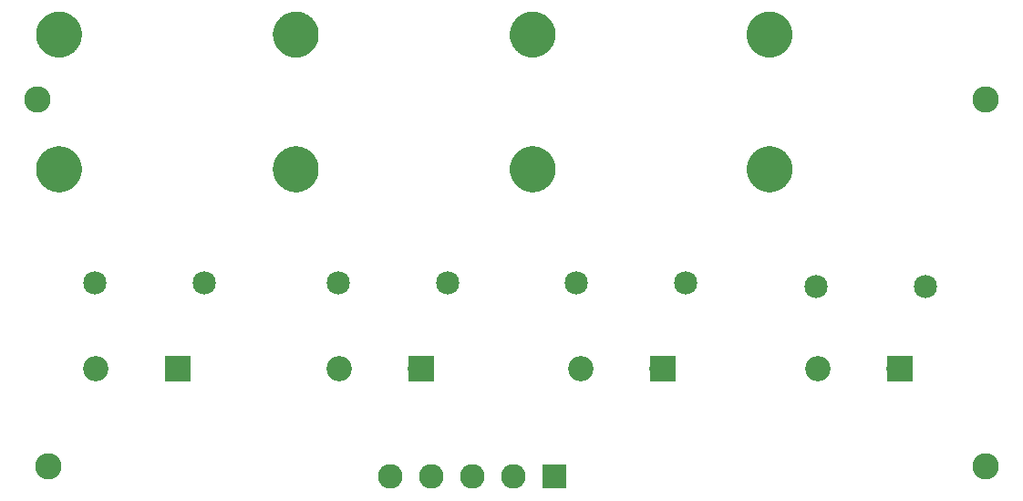
<source format=gts>
G04 MADE WITH FRITZING*
G04 WWW.FRITZING.ORG*
G04 DOUBLE SIDED*
G04 HOLES PLATED*
G04 CONTOUR ON CENTER OF CONTOUR VECTOR*
%ASAXBY*%
%FSLAX23Y23*%
%MOIN*%
%OFA0B0*%
%SFA1.0B1.0*%
%ADD10C,0.085000*%
%ADD11C,0.092000*%
%ADD12C,0.090000*%
%ADD13C,0.096614*%
%ADD14R,0.092000X0.092000*%
%ADD15R,0.090000X0.090000*%
%ADD16R,0.001000X0.001000*%
%LNMASK1*%
G90*
G70*
G54D10*
X328Y820D03*
X728Y820D03*
X1217Y820D03*
X1617Y820D03*
X2088Y820D03*
X2488Y820D03*
X2966Y805D03*
X3366Y805D03*
G54D11*
X631Y505D03*
X333Y505D03*
X1519Y505D03*
X1221Y505D03*
X3269Y505D03*
X2971Y505D03*
X2403Y505D03*
X2105Y505D03*
G54D12*
X2009Y111D03*
X1859Y111D03*
X1709Y111D03*
X1559Y111D03*
X1409Y111D03*
G54D13*
X3584Y1489D03*
X119Y1489D03*
X158Y150D03*
X3584Y150D03*
G54D14*
X632Y505D03*
X1520Y505D03*
X3270Y505D03*
X2404Y505D03*
G54D15*
X2009Y111D03*
G54D16*
X189Y1809D02*
X206Y1809D01*
X1055Y1809D02*
X1072Y1809D01*
X1921Y1809D02*
X1938Y1809D01*
X2786Y1809D02*
X2804Y1809D01*
X182Y1808D02*
X212Y1808D01*
X1048Y1808D02*
X1078Y1808D01*
X1914Y1808D02*
X1944Y1808D01*
X2780Y1808D02*
X2810Y1808D01*
X178Y1807D02*
X217Y1807D01*
X1044Y1807D02*
X1083Y1807D01*
X1910Y1807D02*
X1949Y1807D01*
X2776Y1807D02*
X2815Y1807D01*
X174Y1806D02*
X221Y1806D01*
X1040Y1806D02*
X1087Y1806D01*
X1906Y1806D02*
X1953Y1806D01*
X2772Y1806D02*
X2819Y1806D01*
X171Y1805D02*
X224Y1805D01*
X1037Y1805D02*
X1090Y1805D01*
X1903Y1805D02*
X1956Y1805D01*
X2769Y1805D02*
X2822Y1805D01*
X168Y1804D02*
X227Y1804D01*
X1034Y1804D02*
X1093Y1804D01*
X1900Y1804D02*
X1959Y1804D01*
X2766Y1804D02*
X2825Y1804D01*
X165Y1803D02*
X229Y1803D01*
X1031Y1803D02*
X1095Y1803D01*
X1897Y1803D02*
X1961Y1803D01*
X2763Y1803D02*
X2827Y1803D01*
X163Y1802D02*
X231Y1802D01*
X1029Y1802D02*
X1097Y1802D01*
X1895Y1802D02*
X1963Y1802D01*
X2761Y1802D02*
X2829Y1802D01*
X161Y1801D02*
X234Y1801D01*
X1027Y1801D02*
X1099Y1801D01*
X1893Y1801D02*
X1965Y1801D01*
X2759Y1801D02*
X2831Y1801D01*
X159Y1800D02*
X236Y1800D01*
X1025Y1800D02*
X1102Y1800D01*
X1891Y1800D02*
X1968Y1800D01*
X2757Y1800D02*
X2833Y1800D01*
X157Y1799D02*
X237Y1799D01*
X1023Y1799D02*
X1103Y1799D01*
X1889Y1799D02*
X1969Y1799D01*
X2755Y1799D02*
X2835Y1799D01*
X156Y1798D02*
X239Y1798D01*
X1022Y1798D02*
X1105Y1798D01*
X1887Y1798D02*
X1971Y1798D01*
X2753Y1798D02*
X2837Y1798D01*
X154Y1797D02*
X241Y1797D01*
X1020Y1797D02*
X1107Y1797D01*
X1886Y1797D02*
X1973Y1797D01*
X2752Y1797D02*
X2839Y1797D01*
X152Y1796D02*
X242Y1796D01*
X1018Y1796D02*
X1108Y1796D01*
X1884Y1796D02*
X1974Y1796D01*
X2750Y1796D02*
X2840Y1796D01*
X151Y1795D02*
X244Y1795D01*
X1017Y1795D02*
X1110Y1795D01*
X1883Y1795D02*
X1976Y1795D01*
X2749Y1795D02*
X2842Y1795D01*
X149Y1794D02*
X245Y1794D01*
X1015Y1794D02*
X1111Y1794D01*
X1881Y1794D02*
X1977Y1794D01*
X2747Y1794D02*
X2843Y1794D01*
X148Y1793D02*
X247Y1793D01*
X1014Y1793D02*
X1113Y1793D01*
X1880Y1793D02*
X1978Y1793D01*
X2746Y1793D02*
X2844Y1793D01*
X147Y1792D02*
X248Y1792D01*
X1013Y1792D02*
X1114Y1792D01*
X1879Y1792D02*
X1980Y1792D01*
X2745Y1792D02*
X2846Y1792D01*
X145Y1791D02*
X249Y1791D01*
X1011Y1791D02*
X1115Y1791D01*
X1877Y1791D02*
X1981Y1791D01*
X2743Y1791D02*
X2847Y1791D01*
X144Y1790D02*
X251Y1790D01*
X1010Y1790D02*
X1116Y1790D01*
X1876Y1790D02*
X1982Y1790D01*
X2742Y1790D02*
X2848Y1790D01*
X143Y1789D02*
X252Y1789D01*
X1009Y1789D02*
X1118Y1789D01*
X1875Y1789D02*
X1984Y1789D01*
X2741Y1789D02*
X2850Y1789D01*
X142Y1788D02*
X253Y1788D01*
X1008Y1788D02*
X1119Y1788D01*
X1874Y1788D02*
X1985Y1788D01*
X2740Y1788D02*
X2851Y1788D01*
X141Y1787D02*
X254Y1787D01*
X1007Y1787D02*
X1120Y1787D01*
X1873Y1787D02*
X1986Y1787D01*
X2739Y1787D02*
X2852Y1787D01*
X140Y1786D02*
X255Y1786D01*
X1006Y1786D02*
X1121Y1786D01*
X1872Y1786D02*
X1987Y1786D01*
X2737Y1786D02*
X2853Y1786D01*
X139Y1785D02*
X256Y1785D01*
X1005Y1785D02*
X1122Y1785D01*
X1870Y1785D02*
X1988Y1785D01*
X2736Y1785D02*
X2854Y1785D01*
X138Y1784D02*
X257Y1784D01*
X1004Y1784D02*
X1123Y1784D01*
X1870Y1784D02*
X1989Y1784D01*
X2735Y1784D02*
X2855Y1784D01*
X137Y1783D02*
X258Y1783D01*
X1003Y1783D02*
X1124Y1783D01*
X1869Y1783D02*
X1990Y1783D01*
X2735Y1783D02*
X2856Y1783D01*
X136Y1782D02*
X259Y1782D01*
X1002Y1782D02*
X1125Y1782D01*
X1868Y1782D02*
X1991Y1782D01*
X2734Y1782D02*
X2857Y1782D01*
X135Y1781D02*
X260Y1781D01*
X1001Y1781D02*
X1126Y1781D01*
X1867Y1781D02*
X1992Y1781D01*
X2733Y1781D02*
X2858Y1781D01*
X134Y1780D02*
X261Y1780D01*
X1000Y1780D02*
X1127Y1780D01*
X1866Y1780D02*
X1992Y1780D01*
X2732Y1780D02*
X2858Y1780D01*
X133Y1779D02*
X261Y1779D01*
X999Y1779D02*
X1127Y1779D01*
X1865Y1779D02*
X1993Y1779D01*
X2731Y1779D02*
X2859Y1779D01*
X132Y1778D02*
X262Y1778D01*
X998Y1778D02*
X1128Y1778D01*
X1864Y1778D02*
X1994Y1778D01*
X2730Y1778D02*
X2860Y1778D01*
X132Y1777D02*
X263Y1777D01*
X998Y1777D02*
X1129Y1777D01*
X1864Y1777D02*
X1995Y1777D01*
X2730Y1777D02*
X2861Y1777D01*
X131Y1776D02*
X264Y1776D01*
X997Y1776D02*
X1130Y1776D01*
X1863Y1776D02*
X1996Y1776D01*
X2729Y1776D02*
X2862Y1776D01*
X130Y1775D02*
X264Y1775D01*
X996Y1775D02*
X1130Y1775D01*
X1862Y1775D02*
X1996Y1775D01*
X2728Y1775D02*
X2862Y1775D01*
X129Y1774D02*
X265Y1774D01*
X995Y1774D02*
X1131Y1774D01*
X1861Y1774D02*
X1997Y1774D01*
X2727Y1774D02*
X2863Y1774D01*
X129Y1773D02*
X266Y1773D01*
X995Y1773D02*
X1132Y1773D01*
X1861Y1773D02*
X1998Y1773D01*
X2727Y1773D02*
X2864Y1773D01*
X128Y1772D02*
X267Y1772D01*
X994Y1772D02*
X1132Y1772D01*
X1860Y1772D02*
X1998Y1772D01*
X2726Y1772D02*
X2864Y1772D01*
X127Y1771D02*
X267Y1771D01*
X993Y1771D02*
X1133Y1771D01*
X1859Y1771D02*
X1999Y1771D01*
X2725Y1771D02*
X2865Y1771D01*
X127Y1770D02*
X268Y1770D01*
X993Y1770D02*
X1134Y1770D01*
X1859Y1770D02*
X2000Y1770D01*
X2725Y1770D02*
X2866Y1770D01*
X126Y1769D02*
X268Y1769D01*
X992Y1769D02*
X1134Y1769D01*
X1858Y1769D02*
X2000Y1769D01*
X2724Y1769D02*
X2866Y1769D01*
X126Y1768D02*
X269Y1768D01*
X992Y1768D02*
X1135Y1768D01*
X1858Y1768D02*
X2001Y1768D01*
X2723Y1768D02*
X2867Y1768D01*
X125Y1767D02*
X270Y1767D01*
X991Y1767D02*
X1136Y1767D01*
X1857Y1767D02*
X2002Y1767D01*
X2723Y1767D02*
X2867Y1767D01*
X124Y1766D02*
X270Y1766D01*
X990Y1766D02*
X1136Y1766D01*
X1856Y1766D02*
X2002Y1766D01*
X2722Y1766D02*
X2868Y1766D01*
X124Y1765D02*
X271Y1765D01*
X990Y1765D02*
X1137Y1765D01*
X1856Y1765D02*
X2003Y1765D01*
X2722Y1765D02*
X2869Y1765D01*
X123Y1764D02*
X271Y1764D01*
X989Y1764D02*
X1137Y1764D01*
X1855Y1764D02*
X2003Y1764D01*
X2721Y1764D02*
X2869Y1764D01*
X123Y1763D02*
X272Y1763D01*
X989Y1763D02*
X1138Y1763D01*
X1855Y1763D02*
X2004Y1763D01*
X2721Y1763D02*
X2870Y1763D01*
X122Y1762D02*
X272Y1762D01*
X988Y1762D02*
X1138Y1762D01*
X1854Y1762D02*
X2004Y1762D01*
X2720Y1762D02*
X2870Y1762D01*
X122Y1761D02*
X273Y1761D01*
X988Y1761D02*
X1139Y1761D01*
X1854Y1761D02*
X2005Y1761D01*
X2720Y1761D02*
X2871Y1761D01*
X121Y1760D02*
X273Y1760D01*
X987Y1760D02*
X1139Y1760D01*
X1853Y1760D02*
X2005Y1760D01*
X2719Y1760D02*
X2871Y1760D01*
X121Y1759D02*
X274Y1759D01*
X987Y1759D02*
X1140Y1759D01*
X1853Y1759D02*
X2006Y1759D01*
X2719Y1759D02*
X2872Y1759D01*
X120Y1758D02*
X274Y1758D01*
X986Y1758D02*
X1140Y1758D01*
X1852Y1758D02*
X2006Y1758D01*
X2718Y1758D02*
X2872Y1758D01*
X120Y1757D02*
X274Y1757D01*
X986Y1757D02*
X1140Y1757D01*
X1852Y1757D02*
X2006Y1757D01*
X2718Y1757D02*
X2872Y1757D01*
X120Y1756D02*
X275Y1756D01*
X986Y1756D02*
X1141Y1756D01*
X1852Y1756D02*
X2007Y1756D01*
X2718Y1756D02*
X2873Y1756D01*
X119Y1755D02*
X275Y1755D01*
X985Y1755D02*
X1141Y1755D01*
X1851Y1755D02*
X2007Y1755D01*
X2717Y1755D02*
X2873Y1755D01*
X119Y1754D02*
X276Y1754D01*
X985Y1754D02*
X1142Y1754D01*
X1851Y1754D02*
X2007Y1754D01*
X2717Y1754D02*
X2873Y1754D01*
X119Y1753D02*
X276Y1753D01*
X985Y1753D02*
X1142Y1753D01*
X1851Y1753D02*
X2008Y1753D01*
X2717Y1753D02*
X2874Y1753D01*
X118Y1752D02*
X276Y1752D01*
X984Y1752D02*
X1142Y1752D01*
X1850Y1752D02*
X2008Y1752D01*
X2716Y1752D02*
X2874Y1752D01*
X118Y1751D02*
X277Y1751D01*
X984Y1751D02*
X1143Y1751D01*
X1850Y1751D02*
X2009Y1751D01*
X2716Y1751D02*
X2874Y1751D01*
X118Y1750D02*
X277Y1750D01*
X984Y1750D02*
X1143Y1750D01*
X1850Y1750D02*
X2009Y1750D01*
X2716Y1750D02*
X2875Y1750D01*
X117Y1749D02*
X277Y1749D01*
X983Y1749D02*
X1143Y1749D01*
X1849Y1749D02*
X2009Y1749D01*
X2715Y1749D02*
X2875Y1749D01*
X117Y1748D02*
X277Y1748D01*
X983Y1748D02*
X1143Y1748D01*
X1849Y1748D02*
X2009Y1748D01*
X2715Y1748D02*
X2875Y1748D01*
X117Y1747D02*
X278Y1747D01*
X983Y1747D02*
X1144Y1747D01*
X1849Y1747D02*
X2010Y1747D01*
X2715Y1747D02*
X2876Y1747D01*
X117Y1746D02*
X278Y1746D01*
X983Y1746D02*
X1144Y1746D01*
X1849Y1746D02*
X2010Y1746D01*
X2715Y1746D02*
X2876Y1746D01*
X116Y1745D02*
X278Y1745D01*
X982Y1745D02*
X1144Y1745D01*
X1848Y1745D02*
X2010Y1745D01*
X2714Y1745D02*
X2876Y1745D01*
X116Y1744D02*
X278Y1744D01*
X982Y1744D02*
X1144Y1744D01*
X1848Y1744D02*
X2010Y1744D01*
X2714Y1744D02*
X2876Y1744D01*
X116Y1743D02*
X279Y1743D01*
X982Y1743D02*
X1145Y1743D01*
X1848Y1743D02*
X2011Y1743D01*
X2714Y1743D02*
X2877Y1743D01*
X116Y1742D02*
X279Y1742D01*
X982Y1742D02*
X1145Y1742D01*
X1848Y1742D02*
X2011Y1742D01*
X2714Y1742D02*
X2877Y1742D01*
X116Y1741D02*
X279Y1741D01*
X982Y1741D02*
X1145Y1741D01*
X1848Y1741D02*
X2011Y1741D01*
X2713Y1741D02*
X2877Y1741D01*
X115Y1740D02*
X279Y1740D01*
X981Y1740D02*
X1145Y1740D01*
X1847Y1740D02*
X2011Y1740D01*
X2713Y1740D02*
X2877Y1740D01*
X115Y1739D02*
X279Y1739D01*
X981Y1739D02*
X1145Y1739D01*
X1847Y1739D02*
X2011Y1739D01*
X2713Y1739D02*
X2877Y1739D01*
X115Y1738D02*
X279Y1738D01*
X981Y1738D02*
X1145Y1738D01*
X1847Y1738D02*
X2011Y1738D01*
X2713Y1738D02*
X2877Y1738D01*
X115Y1737D02*
X280Y1737D01*
X981Y1737D02*
X1146Y1737D01*
X1847Y1737D02*
X2012Y1737D01*
X2713Y1737D02*
X2877Y1737D01*
X115Y1736D02*
X280Y1736D01*
X981Y1736D02*
X1146Y1736D01*
X1847Y1736D02*
X2012Y1736D01*
X2713Y1736D02*
X2878Y1736D01*
X115Y1735D02*
X280Y1735D01*
X981Y1735D02*
X1146Y1735D01*
X1847Y1735D02*
X2012Y1735D01*
X2713Y1735D02*
X2878Y1735D01*
X115Y1734D02*
X280Y1734D01*
X980Y1734D02*
X1146Y1734D01*
X1846Y1734D02*
X2012Y1734D01*
X2712Y1734D02*
X2878Y1734D01*
X114Y1733D02*
X280Y1733D01*
X980Y1733D02*
X1146Y1733D01*
X1846Y1733D02*
X2012Y1733D01*
X2712Y1733D02*
X2878Y1733D01*
X114Y1732D02*
X280Y1732D01*
X980Y1732D02*
X1146Y1732D01*
X1846Y1732D02*
X2012Y1732D01*
X2712Y1732D02*
X2878Y1732D01*
X114Y1731D02*
X280Y1731D01*
X980Y1731D02*
X1146Y1731D01*
X1846Y1731D02*
X2012Y1731D01*
X2712Y1731D02*
X2878Y1731D01*
X114Y1730D02*
X280Y1730D01*
X980Y1730D02*
X1146Y1730D01*
X1846Y1730D02*
X2012Y1730D01*
X2712Y1730D02*
X2878Y1730D01*
X114Y1729D02*
X280Y1729D01*
X980Y1729D02*
X1146Y1729D01*
X1846Y1729D02*
X2012Y1729D01*
X2712Y1729D02*
X2878Y1729D01*
X114Y1728D02*
X280Y1728D01*
X980Y1728D02*
X1146Y1728D01*
X1846Y1728D02*
X2012Y1728D01*
X2712Y1728D02*
X2878Y1728D01*
X114Y1727D02*
X280Y1727D01*
X980Y1727D02*
X1146Y1727D01*
X1846Y1727D02*
X2012Y1727D01*
X2712Y1727D02*
X2878Y1727D01*
X114Y1726D02*
X281Y1726D01*
X980Y1726D02*
X1146Y1726D01*
X1846Y1726D02*
X2012Y1726D01*
X2712Y1726D02*
X2878Y1726D01*
X114Y1725D02*
X281Y1725D01*
X980Y1725D02*
X1146Y1725D01*
X1846Y1725D02*
X2012Y1725D01*
X2712Y1725D02*
X2878Y1725D01*
X114Y1724D02*
X280Y1724D01*
X980Y1724D02*
X1146Y1724D01*
X1846Y1724D02*
X2012Y1724D01*
X2712Y1724D02*
X2878Y1724D01*
X114Y1723D02*
X280Y1723D01*
X980Y1723D02*
X1146Y1723D01*
X1846Y1723D02*
X2012Y1723D01*
X2712Y1723D02*
X2878Y1723D01*
X114Y1722D02*
X280Y1722D01*
X980Y1722D02*
X1146Y1722D01*
X1846Y1722D02*
X2012Y1722D01*
X2712Y1722D02*
X2878Y1722D01*
X114Y1721D02*
X280Y1721D01*
X980Y1721D02*
X1146Y1721D01*
X1846Y1721D02*
X2012Y1721D01*
X2712Y1721D02*
X2878Y1721D01*
X114Y1720D02*
X280Y1720D01*
X980Y1720D02*
X1146Y1720D01*
X1846Y1720D02*
X2012Y1720D01*
X2712Y1720D02*
X2878Y1720D01*
X114Y1719D02*
X280Y1719D01*
X980Y1719D02*
X1146Y1719D01*
X1846Y1719D02*
X2012Y1719D01*
X2712Y1719D02*
X2878Y1719D01*
X115Y1718D02*
X280Y1718D01*
X980Y1718D02*
X1146Y1718D01*
X1846Y1718D02*
X2012Y1718D01*
X2712Y1718D02*
X2878Y1718D01*
X115Y1717D02*
X280Y1717D01*
X981Y1717D02*
X1146Y1717D01*
X1847Y1717D02*
X2012Y1717D01*
X2713Y1717D02*
X2878Y1717D01*
X115Y1716D02*
X280Y1716D01*
X981Y1716D02*
X1146Y1716D01*
X1847Y1716D02*
X2012Y1716D01*
X2713Y1716D02*
X2878Y1716D01*
X115Y1715D02*
X280Y1715D01*
X981Y1715D02*
X1146Y1715D01*
X1847Y1715D02*
X2012Y1715D01*
X2713Y1715D02*
X2878Y1715D01*
X115Y1714D02*
X279Y1714D01*
X981Y1714D02*
X1145Y1714D01*
X1847Y1714D02*
X2011Y1714D01*
X2713Y1714D02*
X2877Y1714D01*
X115Y1713D02*
X279Y1713D01*
X981Y1713D02*
X1145Y1713D01*
X1847Y1713D02*
X2011Y1713D01*
X2713Y1713D02*
X2877Y1713D01*
X115Y1712D02*
X279Y1712D01*
X981Y1712D02*
X1145Y1712D01*
X1847Y1712D02*
X2011Y1712D01*
X2713Y1712D02*
X2877Y1712D01*
X116Y1711D02*
X279Y1711D01*
X982Y1711D02*
X1145Y1711D01*
X1847Y1711D02*
X2011Y1711D01*
X2713Y1711D02*
X2877Y1711D01*
X116Y1710D02*
X279Y1710D01*
X982Y1710D02*
X1145Y1710D01*
X1848Y1710D02*
X2011Y1710D01*
X2714Y1710D02*
X2877Y1710D01*
X116Y1709D02*
X279Y1709D01*
X982Y1709D02*
X1145Y1709D01*
X1848Y1709D02*
X2011Y1709D01*
X2714Y1709D02*
X2877Y1709D01*
X116Y1708D02*
X278Y1708D01*
X982Y1708D02*
X1144Y1708D01*
X1848Y1708D02*
X2010Y1708D01*
X2714Y1708D02*
X2876Y1708D01*
X116Y1707D02*
X278Y1707D01*
X982Y1707D02*
X1144Y1707D01*
X1848Y1707D02*
X2010Y1707D01*
X2714Y1707D02*
X2876Y1707D01*
X117Y1706D02*
X278Y1706D01*
X983Y1706D02*
X1144Y1706D01*
X1849Y1706D02*
X2010Y1706D01*
X2715Y1706D02*
X2876Y1706D01*
X117Y1705D02*
X278Y1705D01*
X983Y1705D02*
X1144Y1705D01*
X1849Y1705D02*
X2010Y1705D01*
X2715Y1705D02*
X2876Y1705D01*
X117Y1704D02*
X277Y1704D01*
X983Y1704D02*
X1143Y1704D01*
X1849Y1704D02*
X2009Y1704D01*
X2715Y1704D02*
X2875Y1704D01*
X117Y1703D02*
X277Y1703D01*
X983Y1703D02*
X1143Y1703D01*
X1849Y1703D02*
X2009Y1703D01*
X2715Y1703D02*
X2875Y1703D01*
X118Y1702D02*
X277Y1702D01*
X984Y1702D02*
X1143Y1702D01*
X1850Y1702D02*
X2009Y1702D01*
X2716Y1702D02*
X2875Y1702D01*
X118Y1701D02*
X277Y1701D01*
X984Y1701D02*
X1143Y1701D01*
X1850Y1701D02*
X2009Y1701D01*
X2716Y1701D02*
X2875Y1701D01*
X118Y1700D02*
X276Y1700D01*
X984Y1700D02*
X1142Y1700D01*
X1850Y1700D02*
X2008Y1700D01*
X2716Y1700D02*
X2874Y1700D01*
X119Y1699D02*
X276Y1699D01*
X985Y1699D02*
X1142Y1699D01*
X1851Y1699D02*
X2008Y1699D01*
X2716Y1699D02*
X2874Y1699D01*
X119Y1698D02*
X276Y1698D01*
X985Y1698D02*
X1142Y1698D01*
X1851Y1698D02*
X2008Y1698D01*
X2717Y1698D02*
X2873Y1698D01*
X119Y1697D02*
X275Y1697D01*
X985Y1697D02*
X1141Y1697D01*
X1851Y1697D02*
X2007Y1697D01*
X2717Y1697D02*
X2873Y1697D01*
X120Y1696D02*
X275Y1696D01*
X986Y1696D02*
X1141Y1696D01*
X1852Y1696D02*
X2007Y1696D01*
X2718Y1696D02*
X2873Y1696D01*
X120Y1695D02*
X275Y1695D01*
X986Y1695D02*
X1140Y1695D01*
X1852Y1695D02*
X2006Y1695D01*
X2718Y1695D02*
X2872Y1695D01*
X120Y1694D02*
X274Y1694D01*
X986Y1694D02*
X1140Y1694D01*
X1852Y1694D02*
X2006Y1694D01*
X2718Y1694D02*
X2872Y1694D01*
X121Y1693D02*
X274Y1693D01*
X987Y1693D02*
X1140Y1693D01*
X1853Y1693D02*
X2006Y1693D01*
X2719Y1693D02*
X2872Y1693D01*
X121Y1692D02*
X273Y1692D01*
X987Y1692D02*
X1139Y1692D01*
X1853Y1692D02*
X2005Y1692D01*
X2719Y1692D02*
X2871Y1692D01*
X122Y1691D02*
X273Y1691D01*
X988Y1691D02*
X1139Y1691D01*
X1854Y1691D02*
X2005Y1691D01*
X2720Y1691D02*
X2871Y1691D01*
X122Y1690D02*
X272Y1690D01*
X988Y1690D02*
X1138Y1690D01*
X1854Y1690D02*
X2004Y1690D01*
X2720Y1690D02*
X2870Y1690D01*
X123Y1689D02*
X272Y1689D01*
X989Y1689D02*
X1138Y1689D01*
X1855Y1689D02*
X2004Y1689D01*
X2721Y1689D02*
X2870Y1689D01*
X123Y1688D02*
X271Y1688D01*
X989Y1688D02*
X1137Y1688D01*
X1855Y1688D02*
X2003Y1688D01*
X2721Y1688D02*
X2869Y1688D01*
X124Y1687D02*
X271Y1687D01*
X990Y1687D02*
X1137Y1687D01*
X1856Y1687D02*
X2003Y1687D01*
X2722Y1687D02*
X2869Y1687D01*
X124Y1686D02*
X270Y1686D01*
X990Y1686D02*
X1136Y1686D01*
X1856Y1686D02*
X2002Y1686D01*
X2722Y1686D02*
X2868Y1686D01*
X125Y1685D02*
X270Y1685D01*
X991Y1685D02*
X1136Y1685D01*
X1857Y1685D02*
X2002Y1685D01*
X2723Y1685D02*
X2868Y1685D01*
X125Y1684D02*
X269Y1684D01*
X991Y1684D02*
X1135Y1684D01*
X1857Y1684D02*
X2001Y1684D01*
X2723Y1684D02*
X2867Y1684D01*
X126Y1683D02*
X269Y1683D01*
X992Y1683D02*
X1134Y1683D01*
X1858Y1683D02*
X2000Y1683D01*
X2724Y1683D02*
X2866Y1683D01*
X127Y1682D02*
X268Y1682D01*
X993Y1682D02*
X1134Y1682D01*
X1859Y1682D02*
X2000Y1682D01*
X2725Y1682D02*
X2866Y1682D01*
X127Y1681D02*
X267Y1681D01*
X993Y1681D02*
X1133Y1681D01*
X1859Y1681D02*
X1999Y1681D01*
X2725Y1681D02*
X2865Y1681D01*
X128Y1680D02*
X267Y1680D01*
X994Y1680D02*
X1133Y1680D01*
X1860Y1680D02*
X1999Y1680D01*
X2726Y1680D02*
X2865Y1680D01*
X129Y1679D02*
X266Y1679D01*
X995Y1679D02*
X1132Y1679D01*
X1860Y1679D02*
X1998Y1679D01*
X2726Y1679D02*
X2864Y1679D01*
X129Y1678D02*
X265Y1678D01*
X995Y1678D02*
X1131Y1678D01*
X1861Y1678D02*
X1997Y1678D01*
X2727Y1678D02*
X2863Y1678D01*
X130Y1677D02*
X265Y1677D01*
X996Y1677D02*
X1131Y1677D01*
X1862Y1677D02*
X1996Y1677D01*
X2728Y1677D02*
X2862Y1677D01*
X131Y1676D02*
X264Y1676D01*
X997Y1676D02*
X1130Y1676D01*
X1863Y1676D02*
X1996Y1676D01*
X2729Y1676D02*
X2862Y1676D01*
X132Y1675D02*
X263Y1675D01*
X997Y1675D02*
X1129Y1675D01*
X1863Y1675D02*
X1995Y1675D01*
X2729Y1675D02*
X2861Y1675D01*
X132Y1674D02*
X262Y1674D01*
X998Y1674D02*
X1128Y1674D01*
X1864Y1674D02*
X1994Y1674D01*
X2730Y1674D02*
X2860Y1674D01*
X133Y1673D02*
X262Y1673D01*
X999Y1673D02*
X1128Y1673D01*
X1865Y1673D02*
X1994Y1673D01*
X2731Y1673D02*
X2859Y1673D01*
X134Y1672D02*
X261Y1672D01*
X1000Y1672D02*
X1127Y1672D01*
X1866Y1672D02*
X1993Y1672D01*
X2732Y1672D02*
X2859Y1672D01*
X135Y1671D02*
X260Y1671D01*
X1001Y1671D02*
X1126Y1671D01*
X1867Y1671D02*
X1992Y1671D01*
X2733Y1671D02*
X2858Y1671D01*
X136Y1670D02*
X259Y1670D01*
X1002Y1670D02*
X1125Y1670D01*
X1868Y1670D02*
X1991Y1670D01*
X2734Y1670D02*
X2857Y1670D01*
X137Y1669D02*
X258Y1669D01*
X1002Y1669D02*
X1124Y1669D01*
X1868Y1669D02*
X1990Y1669D01*
X2734Y1669D02*
X2856Y1669D01*
X137Y1668D02*
X257Y1668D01*
X1003Y1668D02*
X1123Y1668D01*
X1869Y1668D02*
X1989Y1668D01*
X2735Y1668D02*
X2855Y1668D01*
X138Y1667D02*
X256Y1667D01*
X1004Y1667D02*
X1122Y1667D01*
X1870Y1667D02*
X1988Y1667D01*
X2736Y1667D02*
X2854Y1667D01*
X139Y1666D02*
X255Y1666D01*
X1005Y1666D02*
X1121Y1666D01*
X1871Y1666D02*
X1987Y1666D01*
X2737Y1666D02*
X2853Y1666D01*
X141Y1665D02*
X254Y1665D01*
X1006Y1665D02*
X1120Y1665D01*
X1872Y1665D02*
X1986Y1665D01*
X2738Y1665D02*
X2852Y1665D01*
X142Y1664D02*
X253Y1664D01*
X1008Y1664D02*
X1119Y1664D01*
X1874Y1664D02*
X1985Y1664D01*
X2739Y1664D02*
X2851Y1664D01*
X143Y1663D02*
X252Y1663D01*
X1009Y1663D02*
X1118Y1663D01*
X1875Y1663D02*
X1984Y1663D01*
X2741Y1663D02*
X2850Y1663D01*
X144Y1662D02*
X251Y1662D01*
X1010Y1662D02*
X1117Y1662D01*
X1876Y1662D02*
X1983Y1662D01*
X2742Y1662D02*
X2849Y1662D01*
X145Y1661D02*
X250Y1661D01*
X1011Y1661D02*
X1115Y1661D01*
X1877Y1661D02*
X1981Y1661D01*
X2743Y1661D02*
X2847Y1661D01*
X146Y1660D02*
X248Y1660D01*
X1012Y1660D02*
X1114Y1660D01*
X1878Y1660D02*
X1980Y1660D01*
X2744Y1660D02*
X2846Y1660D01*
X148Y1659D02*
X247Y1659D01*
X1014Y1659D02*
X1113Y1659D01*
X1880Y1659D02*
X1979Y1659D01*
X2746Y1659D02*
X2845Y1659D01*
X149Y1658D02*
X245Y1658D01*
X1015Y1658D02*
X1111Y1658D01*
X1881Y1658D02*
X1977Y1658D01*
X2747Y1658D02*
X2843Y1658D01*
X150Y1657D02*
X244Y1657D01*
X1016Y1657D02*
X1110Y1657D01*
X1882Y1657D02*
X1976Y1657D01*
X2748Y1657D02*
X2842Y1657D01*
X152Y1656D02*
X243Y1656D01*
X1018Y1656D02*
X1109Y1656D01*
X1884Y1656D02*
X1975Y1656D01*
X2750Y1656D02*
X2841Y1656D01*
X154Y1655D02*
X241Y1655D01*
X1020Y1655D02*
X1107Y1655D01*
X1886Y1655D02*
X1973Y1655D01*
X2751Y1655D02*
X2839Y1655D01*
X155Y1654D02*
X239Y1654D01*
X1021Y1654D02*
X1105Y1654D01*
X1887Y1654D02*
X1971Y1654D01*
X2753Y1654D02*
X2837Y1654D01*
X157Y1653D02*
X238Y1653D01*
X1023Y1653D02*
X1104Y1653D01*
X1889Y1653D02*
X1970Y1653D01*
X2755Y1653D02*
X2836Y1653D01*
X159Y1652D02*
X236Y1652D01*
X1025Y1652D02*
X1102Y1652D01*
X1891Y1652D02*
X1968Y1652D01*
X2756Y1652D02*
X2834Y1652D01*
X161Y1651D02*
X234Y1651D01*
X1027Y1651D02*
X1100Y1651D01*
X1893Y1651D02*
X1966Y1651D01*
X2759Y1651D02*
X2832Y1651D01*
X163Y1650D02*
X232Y1650D01*
X1029Y1650D02*
X1098Y1650D01*
X1895Y1650D02*
X1964Y1650D01*
X2761Y1650D02*
X2830Y1650D01*
X165Y1649D02*
X230Y1649D01*
X1031Y1649D02*
X1096Y1649D01*
X1897Y1649D02*
X1962Y1649D01*
X2763Y1649D02*
X2828Y1649D01*
X167Y1648D02*
X227Y1648D01*
X1033Y1648D02*
X1093Y1648D01*
X1899Y1648D02*
X1959Y1648D01*
X2765Y1648D02*
X2825Y1648D01*
X170Y1647D02*
X224Y1647D01*
X1036Y1647D02*
X1090Y1647D01*
X1902Y1647D02*
X1956Y1647D01*
X2768Y1647D02*
X2822Y1647D01*
X173Y1646D02*
X222Y1646D01*
X1039Y1646D02*
X1088Y1646D01*
X1905Y1646D02*
X1953Y1646D01*
X2771Y1646D02*
X2819Y1646D01*
X177Y1645D02*
X218Y1645D01*
X1043Y1645D02*
X1084Y1645D01*
X1909Y1645D02*
X1950Y1645D01*
X2775Y1645D02*
X2816Y1645D01*
X181Y1644D02*
X214Y1644D01*
X1047Y1644D02*
X1080Y1644D01*
X1913Y1644D02*
X1946Y1644D01*
X2779Y1644D02*
X2812Y1644D01*
X187Y1643D02*
X207Y1643D01*
X1053Y1643D02*
X1073Y1643D01*
X1919Y1643D02*
X1939Y1643D01*
X2785Y1643D02*
X2805Y1643D01*
X188Y1317D02*
X206Y1317D01*
X1054Y1317D02*
X1072Y1317D01*
X1920Y1317D02*
X1938Y1317D01*
X2786Y1317D02*
X2804Y1317D01*
X182Y1316D02*
X213Y1316D01*
X1048Y1316D02*
X1079Y1316D01*
X1914Y1316D02*
X1945Y1316D01*
X2780Y1316D02*
X2811Y1316D01*
X178Y1315D02*
X217Y1315D01*
X1043Y1315D02*
X1083Y1315D01*
X1909Y1315D02*
X1949Y1315D01*
X2775Y1315D02*
X2815Y1315D01*
X174Y1314D02*
X221Y1314D01*
X1040Y1314D02*
X1087Y1314D01*
X1905Y1314D02*
X1953Y1314D01*
X2771Y1314D02*
X2819Y1314D01*
X171Y1313D02*
X224Y1313D01*
X1036Y1313D02*
X1090Y1313D01*
X1902Y1313D02*
X1956Y1313D01*
X2768Y1313D02*
X2822Y1313D01*
X168Y1312D02*
X227Y1312D01*
X1034Y1312D02*
X1093Y1312D01*
X1900Y1312D02*
X1959Y1312D01*
X2766Y1312D02*
X2825Y1312D01*
X165Y1311D02*
X230Y1311D01*
X1031Y1311D02*
X1096Y1311D01*
X1897Y1311D02*
X1961Y1311D01*
X2763Y1311D02*
X2827Y1311D01*
X163Y1310D02*
X232Y1310D01*
X1029Y1310D02*
X1098Y1310D01*
X1895Y1310D02*
X1964Y1310D01*
X2761Y1310D02*
X2830Y1310D01*
X161Y1309D02*
X234Y1309D01*
X1027Y1309D02*
X1100Y1309D01*
X1893Y1309D02*
X1966Y1309D01*
X2759Y1309D02*
X2832Y1309D01*
X159Y1308D02*
X236Y1308D01*
X1025Y1308D02*
X1102Y1308D01*
X1891Y1308D02*
X1968Y1308D01*
X2757Y1308D02*
X2834Y1308D01*
X157Y1307D02*
X238Y1307D01*
X1023Y1307D02*
X1103Y1307D01*
X1889Y1307D02*
X1969Y1307D01*
X2755Y1307D02*
X2835Y1307D01*
X155Y1306D02*
X239Y1306D01*
X1021Y1306D02*
X1105Y1306D01*
X1887Y1306D02*
X1971Y1306D01*
X2753Y1306D02*
X2837Y1306D01*
X154Y1305D02*
X241Y1305D01*
X1020Y1305D02*
X1107Y1305D01*
X1886Y1305D02*
X1973Y1305D01*
X2752Y1305D02*
X2839Y1305D01*
X152Y1304D02*
X242Y1304D01*
X1018Y1304D02*
X1108Y1304D01*
X1884Y1304D02*
X1974Y1304D01*
X2750Y1304D02*
X2840Y1304D01*
X151Y1303D02*
X244Y1303D01*
X1017Y1303D02*
X1110Y1303D01*
X1883Y1303D02*
X1976Y1303D01*
X2749Y1303D02*
X2842Y1303D01*
X149Y1302D02*
X245Y1302D01*
X1015Y1302D02*
X1111Y1302D01*
X1881Y1302D02*
X1977Y1302D01*
X2747Y1302D02*
X2843Y1302D01*
X148Y1301D02*
X247Y1301D01*
X1014Y1301D02*
X1113Y1301D01*
X1880Y1301D02*
X1979Y1301D01*
X2746Y1301D02*
X2845Y1301D01*
X147Y1300D02*
X248Y1300D01*
X1013Y1300D02*
X1114Y1300D01*
X1879Y1300D02*
X1980Y1300D01*
X2744Y1300D02*
X2846Y1300D01*
X145Y1299D02*
X249Y1299D01*
X1011Y1299D02*
X1115Y1299D01*
X1877Y1299D02*
X1981Y1299D01*
X2743Y1299D02*
X2847Y1299D01*
X144Y1298D02*
X251Y1298D01*
X1010Y1298D02*
X1117Y1298D01*
X1876Y1298D02*
X1983Y1298D01*
X2742Y1298D02*
X2848Y1298D01*
X143Y1297D02*
X252Y1297D01*
X1009Y1297D02*
X1118Y1297D01*
X1875Y1297D02*
X1984Y1297D01*
X2741Y1297D02*
X2850Y1297D01*
X142Y1296D02*
X253Y1296D01*
X1008Y1296D02*
X1119Y1296D01*
X1874Y1296D02*
X1985Y1296D01*
X2740Y1296D02*
X2851Y1296D01*
X141Y1295D02*
X254Y1295D01*
X1007Y1295D02*
X1120Y1295D01*
X1873Y1295D02*
X1986Y1295D01*
X2739Y1295D02*
X2852Y1295D01*
X140Y1294D02*
X255Y1294D01*
X1005Y1294D02*
X1121Y1294D01*
X1871Y1294D02*
X1987Y1294D01*
X2737Y1294D02*
X2853Y1294D01*
X138Y1293D02*
X256Y1293D01*
X1004Y1293D02*
X1122Y1293D01*
X1870Y1293D02*
X1988Y1293D01*
X2736Y1293D02*
X2854Y1293D01*
X138Y1292D02*
X257Y1292D01*
X1004Y1292D02*
X1123Y1292D01*
X1869Y1292D02*
X1989Y1292D01*
X2735Y1292D02*
X2855Y1292D01*
X137Y1291D02*
X258Y1291D01*
X1003Y1291D02*
X1124Y1291D01*
X1869Y1291D02*
X1990Y1291D01*
X2735Y1291D02*
X2856Y1291D01*
X136Y1290D02*
X259Y1290D01*
X1002Y1290D02*
X1125Y1290D01*
X1868Y1290D02*
X1991Y1290D01*
X2734Y1290D02*
X2857Y1290D01*
X135Y1289D02*
X260Y1289D01*
X1001Y1289D02*
X1126Y1289D01*
X1867Y1289D02*
X1992Y1289D01*
X2733Y1289D02*
X2858Y1289D01*
X134Y1288D02*
X261Y1288D01*
X1000Y1288D02*
X1127Y1288D01*
X1866Y1288D02*
X1993Y1288D01*
X2732Y1288D02*
X2859Y1288D01*
X133Y1287D02*
X261Y1287D01*
X999Y1287D02*
X1127Y1287D01*
X1865Y1287D02*
X1993Y1287D01*
X2731Y1287D02*
X2859Y1287D01*
X132Y1286D02*
X262Y1286D01*
X998Y1286D02*
X1128Y1286D01*
X1864Y1286D02*
X1994Y1286D01*
X2730Y1286D02*
X2860Y1286D01*
X132Y1285D02*
X263Y1285D01*
X998Y1285D02*
X1129Y1285D01*
X1864Y1285D02*
X1995Y1285D01*
X2730Y1285D02*
X2861Y1285D01*
X131Y1284D02*
X264Y1284D01*
X997Y1284D02*
X1130Y1284D01*
X1863Y1284D02*
X1996Y1284D01*
X2729Y1284D02*
X2862Y1284D01*
X130Y1283D02*
X264Y1283D01*
X996Y1283D02*
X1130Y1283D01*
X1862Y1283D02*
X1996Y1283D01*
X2728Y1283D02*
X2862Y1283D01*
X129Y1282D02*
X265Y1282D01*
X995Y1282D02*
X1131Y1282D01*
X1861Y1282D02*
X1997Y1282D01*
X2727Y1282D02*
X2863Y1282D01*
X129Y1281D02*
X266Y1281D01*
X995Y1281D02*
X1132Y1281D01*
X1861Y1281D02*
X1998Y1281D01*
X2727Y1281D02*
X2864Y1281D01*
X128Y1280D02*
X267Y1280D01*
X994Y1280D02*
X1133Y1280D01*
X1860Y1280D02*
X1998Y1280D01*
X2726Y1280D02*
X2864Y1280D01*
X127Y1279D02*
X267Y1279D01*
X993Y1279D02*
X1133Y1279D01*
X1859Y1279D02*
X1999Y1279D01*
X2725Y1279D02*
X2865Y1279D01*
X127Y1278D02*
X268Y1278D01*
X993Y1278D02*
X1134Y1278D01*
X1859Y1278D02*
X2000Y1278D01*
X2725Y1278D02*
X2866Y1278D01*
X126Y1277D02*
X268Y1277D01*
X992Y1277D02*
X1134Y1277D01*
X1858Y1277D02*
X2000Y1277D01*
X2724Y1277D02*
X2866Y1277D01*
X126Y1276D02*
X269Y1276D01*
X992Y1276D02*
X1135Y1276D01*
X1857Y1276D02*
X2001Y1276D01*
X2723Y1276D02*
X2867Y1276D01*
X125Y1275D02*
X270Y1275D01*
X991Y1275D02*
X1136Y1275D01*
X1857Y1275D02*
X2002Y1275D01*
X2723Y1275D02*
X2868Y1275D01*
X124Y1274D02*
X270Y1274D01*
X990Y1274D02*
X1136Y1274D01*
X1856Y1274D02*
X2002Y1274D01*
X2722Y1274D02*
X2868Y1274D01*
X124Y1273D02*
X271Y1273D01*
X990Y1273D02*
X1137Y1273D01*
X1856Y1273D02*
X2003Y1273D01*
X2722Y1273D02*
X2869Y1273D01*
X123Y1272D02*
X271Y1272D01*
X989Y1272D02*
X1137Y1272D01*
X1855Y1272D02*
X2003Y1272D01*
X2721Y1272D02*
X2869Y1272D01*
X123Y1271D02*
X272Y1271D01*
X989Y1271D02*
X1138Y1271D01*
X1855Y1271D02*
X2004Y1271D01*
X2721Y1271D02*
X2870Y1271D01*
X122Y1270D02*
X272Y1270D01*
X988Y1270D02*
X1138Y1270D01*
X1854Y1270D02*
X2004Y1270D01*
X2720Y1270D02*
X2870Y1270D01*
X122Y1269D02*
X273Y1269D01*
X988Y1269D02*
X1139Y1269D01*
X1854Y1269D02*
X2005Y1269D01*
X2720Y1269D02*
X2871Y1269D01*
X121Y1268D02*
X273Y1268D01*
X987Y1268D02*
X1139Y1268D01*
X1853Y1268D02*
X2005Y1268D01*
X2719Y1268D02*
X2871Y1268D01*
X121Y1267D02*
X274Y1267D01*
X987Y1267D02*
X1140Y1267D01*
X1853Y1267D02*
X2006Y1267D01*
X2719Y1267D02*
X2872Y1267D01*
X120Y1266D02*
X274Y1266D01*
X986Y1266D02*
X1140Y1266D01*
X1852Y1266D02*
X2006Y1266D01*
X2718Y1266D02*
X2872Y1266D01*
X120Y1265D02*
X274Y1265D01*
X986Y1265D02*
X1140Y1265D01*
X1852Y1265D02*
X2006Y1265D01*
X2718Y1265D02*
X2872Y1265D01*
X120Y1264D02*
X275Y1264D01*
X986Y1264D02*
X1141Y1264D01*
X1852Y1264D02*
X2007Y1264D01*
X2718Y1264D02*
X2873Y1264D01*
X119Y1263D02*
X275Y1263D01*
X985Y1263D02*
X1141Y1263D01*
X1851Y1263D02*
X2007Y1263D01*
X2717Y1263D02*
X2873Y1263D01*
X119Y1262D02*
X276Y1262D01*
X985Y1262D02*
X1142Y1262D01*
X1851Y1262D02*
X2007Y1262D01*
X2717Y1262D02*
X2873Y1262D01*
X119Y1261D02*
X276Y1261D01*
X985Y1261D02*
X1142Y1261D01*
X1851Y1261D02*
X2008Y1261D01*
X2717Y1261D02*
X2874Y1261D01*
X118Y1260D02*
X276Y1260D01*
X984Y1260D02*
X1142Y1260D01*
X1850Y1260D02*
X2008Y1260D01*
X2716Y1260D02*
X2874Y1260D01*
X118Y1259D02*
X277Y1259D01*
X984Y1259D02*
X1143Y1259D01*
X1850Y1259D02*
X2009Y1259D01*
X2716Y1259D02*
X2875Y1259D01*
X118Y1258D02*
X277Y1258D01*
X984Y1258D02*
X1143Y1258D01*
X1850Y1258D02*
X2009Y1258D01*
X2716Y1258D02*
X2875Y1258D01*
X117Y1257D02*
X277Y1257D01*
X983Y1257D02*
X1143Y1257D01*
X1849Y1257D02*
X2009Y1257D01*
X2715Y1257D02*
X2875Y1257D01*
X117Y1256D02*
X277Y1256D01*
X983Y1256D02*
X1143Y1256D01*
X1849Y1256D02*
X2009Y1256D01*
X2715Y1256D02*
X2875Y1256D01*
X117Y1255D02*
X278Y1255D01*
X983Y1255D02*
X1144Y1255D01*
X1849Y1255D02*
X2010Y1255D01*
X2715Y1255D02*
X2876Y1255D01*
X117Y1254D02*
X278Y1254D01*
X983Y1254D02*
X1144Y1254D01*
X1849Y1254D02*
X2010Y1254D01*
X2715Y1254D02*
X2876Y1254D01*
X116Y1253D02*
X278Y1253D01*
X982Y1253D02*
X1144Y1253D01*
X1848Y1253D02*
X2010Y1253D01*
X2714Y1253D02*
X2876Y1253D01*
X116Y1252D02*
X278Y1252D01*
X982Y1252D02*
X1144Y1252D01*
X1848Y1252D02*
X2010Y1252D01*
X2714Y1252D02*
X2876Y1252D01*
X116Y1251D02*
X279Y1251D01*
X982Y1251D02*
X1145Y1251D01*
X1848Y1251D02*
X2011Y1251D01*
X2714Y1251D02*
X2877Y1251D01*
X116Y1250D02*
X279Y1250D01*
X982Y1250D02*
X1145Y1250D01*
X1848Y1250D02*
X2011Y1250D01*
X2714Y1250D02*
X2877Y1250D01*
X116Y1249D02*
X279Y1249D01*
X982Y1249D02*
X1145Y1249D01*
X1848Y1249D02*
X2011Y1249D01*
X2713Y1249D02*
X2877Y1249D01*
X115Y1248D02*
X279Y1248D01*
X981Y1248D02*
X1145Y1248D01*
X1847Y1248D02*
X2011Y1248D01*
X2713Y1248D02*
X2877Y1248D01*
X115Y1247D02*
X279Y1247D01*
X981Y1247D02*
X1145Y1247D01*
X1847Y1247D02*
X2011Y1247D01*
X2713Y1247D02*
X2877Y1247D01*
X115Y1246D02*
X279Y1246D01*
X981Y1246D02*
X1145Y1246D01*
X1847Y1246D02*
X2011Y1246D01*
X2713Y1246D02*
X2877Y1246D01*
X115Y1245D02*
X280Y1245D01*
X981Y1245D02*
X1146Y1245D01*
X1847Y1245D02*
X2012Y1245D01*
X2713Y1245D02*
X2878Y1245D01*
X115Y1244D02*
X280Y1244D01*
X981Y1244D02*
X1146Y1244D01*
X1847Y1244D02*
X2012Y1244D01*
X2713Y1244D02*
X2878Y1244D01*
X115Y1243D02*
X280Y1243D01*
X981Y1243D02*
X1146Y1243D01*
X1847Y1243D02*
X2012Y1243D01*
X2713Y1243D02*
X2878Y1243D01*
X115Y1242D02*
X280Y1242D01*
X980Y1242D02*
X1146Y1242D01*
X1846Y1242D02*
X2012Y1242D01*
X2712Y1242D02*
X2878Y1242D01*
X114Y1241D02*
X280Y1241D01*
X980Y1241D02*
X1146Y1241D01*
X1846Y1241D02*
X2012Y1241D01*
X2712Y1241D02*
X2878Y1241D01*
X114Y1240D02*
X280Y1240D01*
X980Y1240D02*
X1146Y1240D01*
X1846Y1240D02*
X2012Y1240D01*
X2712Y1240D02*
X2878Y1240D01*
X114Y1239D02*
X280Y1239D01*
X980Y1239D02*
X1146Y1239D01*
X1846Y1239D02*
X2012Y1239D01*
X2712Y1239D02*
X2878Y1239D01*
X114Y1238D02*
X280Y1238D01*
X980Y1238D02*
X1146Y1238D01*
X1846Y1238D02*
X2012Y1238D01*
X2712Y1238D02*
X2878Y1238D01*
X114Y1237D02*
X280Y1237D01*
X980Y1237D02*
X1146Y1237D01*
X1846Y1237D02*
X2012Y1237D01*
X2712Y1237D02*
X2878Y1237D01*
X114Y1236D02*
X280Y1236D01*
X980Y1236D02*
X1146Y1236D01*
X1846Y1236D02*
X2012Y1236D01*
X2712Y1236D02*
X2878Y1236D01*
X114Y1235D02*
X281Y1235D01*
X980Y1235D02*
X1146Y1235D01*
X1846Y1235D02*
X2012Y1235D01*
X2712Y1235D02*
X2878Y1235D01*
X114Y1234D02*
X281Y1234D01*
X980Y1234D02*
X1146Y1234D01*
X1846Y1234D02*
X2012Y1234D01*
X2712Y1234D02*
X2878Y1234D01*
X114Y1233D02*
X281Y1233D01*
X980Y1233D02*
X1146Y1233D01*
X1846Y1233D02*
X2012Y1233D01*
X2712Y1233D02*
X2878Y1233D01*
X114Y1232D02*
X280Y1232D01*
X980Y1232D02*
X1146Y1232D01*
X1846Y1232D02*
X2012Y1232D01*
X2712Y1232D02*
X2878Y1232D01*
X114Y1231D02*
X280Y1231D01*
X980Y1231D02*
X1146Y1231D01*
X1846Y1231D02*
X2012Y1231D01*
X2712Y1231D02*
X2878Y1231D01*
X114Y1230D02*
X280Y1230D01*
X980Y1230D02*
X1146Y1230D01*
X1846Y1230D02*
X2012Y1230D01*
X2712Y1230D02*
X2878Y1230D01*
X114Y1229D02*
X280Y1229D01*
X980Y1229D02*
X1146Y1229D01*
X1846Y1229D02*
X2012Y1229D01*
X2712Y1229D02*
X2878Y1229D01*
X114Y1228D02*
X280Y1228D01*
X980Y1228D02*
X1146Y1228D01*
X1846Y1228D02*
X2012Y1228D01*
X2712Y1228D02*
X2878Y1228D01*
X114Y1227D02*
X280Y1227D01*
X980Y1227D02*
X1146Y1227D01*
X1846Y1227D02*
X2012Y1227D01*
X2712Y1227D02*
X2878Y1227D01*
X115Y1226D02*
X280Y1226D01*
X980Y1226D02*
X1146Y1226D01*
X1846Y1226D02*
X2012Y1226D01*
X2712Y1226D02*
X2878Y1226D01*
X115Y1225D02*
X280Y1225D01*
X981Y1225D02*
X1146Y1225D01*
X1847Y1225D02*
X2012Y1225D01*
X2713Y1225D02*
X2878Y1225D01*
X115Y1224D02*
X280Y1224D01*
X981Y1224D02*
X1146Y1224D01*
X1847Y1224D02*
X2012Y1224D01*
X2713Y1224D02*
X2878Y1224D01*
X115Y1223D02*
X280Y1223D01*
X981Y1223D02*
X1146Y1223D01*
X1847Y1223D02*
X2012Y1223D01*
X2713Y1223D02*
X2878Y1223D01*
X115Y1222D02*
X279Y1222D01*
X981Y1222D02*
X1145Y1222D01*
X1847Y1222D02*
X2011Y1222D01*
X2713Y1222D02*
X2877Y1222D01*
X115Y1221D02*
X279Y1221D01*
X981Y1221D02*
X1145Y1221D01*
X1847Y1221D02*
X2011Y1221D01*
X2713Y1221D02*
X2877Y1221D01*
X115Y1220D02*
X279Y1220D01*
X981Y1220D02*
X1145Y1220D01*
X1847Y1220D02*
X2011Y1220D01*
X2713Y1220D02*
X2877Y1220D01*
X116Y1219D02*
X279Y1219D01*
X982Y1219D02*
X1145Y1219D01*
X1848Y1219D02*
X2011Y1219D01*
X2713Y1219D02*
X2877Y1219D01*
X116Y1218D02*
X279Y1218D01*
X982Y1218D02*
X1145Y1218D01*
X1848Y1218D02*
X2011Y1218D01*
X2714Y1218D02*
X2877Y1218D01*
X116Y1217D02*
X279Y1217D01*
X982Y1217D02*
X1145Y1217D01*
X1848Y1217D02*
X2011Y1217D01*
X2714Y1217D02*
X2877Y1217D01*
X116Y1216D02*
X278Y1216D01*
X982Y1216D02*
X1144Y1216D01*
X1848Y1216D02*
X2010Y1216D01*
X2714Y1216D02*
X2876Y1216D01*
X116Y1215D02*
X278Y1215D01*
X982Y1215D02*
X1144Y1215D01*
X1848Y1215D02*
X2010Y1215D01*
X2714Y1215D02*
X2876Y1215D01*
X117Y1214D02*
X278Y1214D01*
X983Y1214D02*
X1144Y1214D01*
X1849Y1214D02*
X2010Y1214D01*
X2715Y1214D02*
X2876Y1214D01*
X117Y1213D02*
X278Y1213D01*
X983Y1213D02*
X1144Y1213D01*
X1849Y1213D02*
X2010Y1213D01*
X2715Y1213D02*
X2876Y1213D01*
X117Y1212D02*
X277Y1212D01*
X983Y1212D02*
X1143Y1212D01*
X1849Y1212D02*
X2009Y1212D01*
X2715Y1212D02*
X2875Y1212D01*
X117Y1211D02*
X277Y1211D01*
X983Y1211D02*
X1143Y1211D01*
X1849Y1211D02*
X2009Y1211D01*
X2715Y1211D02*
X2875Y1211D01*
X118Y1210D02*
X277Y1210D01*
X984Y1210D02*
X1143Y1210D01*
X1850Y1210D02*
X2009Y1210D01*
X2716Y1210D02*
X2875Y1210D01*
X118Y1209D02*
X277Y1209D01*
X984Y1209D02*
X1143Y1209D01*
X1850Y1209D02*
X2009Y1209D01*
X2716Y1209D02*
X2875Y1209D01*
X118Y1208D02*
X276Y1208D01*
X984Y1208D02*
X1142Y1208D01*
X1850Y1208D02*
X2008Y1208D01*
X2716Y1208D02*
X2874Y1208D01*
X119Y1207D02*
X276Y1207D01*
X985Y1207D02*
X1142Y1207D01*
X1851Y1207D02*
X2008Y1207D01*
X2717Y1207D02*
X2874Y1207D01*
X119Y1206D02*
X276Y1206D01*
X985Y1206D02*
X1142Y1206D01*
X1851Y1206D02*
X2008Y1206D01*
X2717Y1206D02*
X2873Y1206D01*
X119Y1205D02*
X275Y1205D01*
X985Y1205D02*
X1141Y1205D01*
X1851Y1205D02*
X2007Y1205D01*
X2717Y1205D02*
X2873Y1205D01*
X120Y1204D02*
X275Y1204D01*
X986Y1204D02*
X1141Y1204D01*
X1852Y1204D02*
X2007Y1204D01*
X2718Y1204D02*
X2873Y1204D01*
X120Y1203D02*
X275Y1203D01*
X986Y1203D02*
X1140Y1203D01*
X1852Y1203D02*
X2006Y1203D01*
X2718Y1203D02*
X2872Y1203D01*
X120Y1202D02*
X274Y1202D01*
X986Y1202D02*
X1140Y1202D01*
X1852Y1202D02*
X2006Y1202D01*
X2718Y1202D02*
X2872Y1202D01*
X121Y1201D02*
X274Y1201D01*
X987Y1201D02*
X1140Y1201D01*
X1853Y1201D02*
X2006Y1201D01*
X2719Y1201D02*
X2872Y1201D01*
X121Y1200D02*
X273Y1200D01*
X987Y1200D02*
X1139Y1200D01*
X1853Y1200D02*
X2005Y1200D01*
X2719Y1200D02*
X2871Y1200D01*
X122Y1199D02*
X273Y1199D01*
X988Y1199D02*
X1139Y1199D01*
X1854Y1199D02*
X2005Y1199D01*
X2720Y1199D02*
X2871Y1199D01*
X122Y1198D02*
X272Y1198D01*
X988Y1198D02*
X1138Y1198D01*
X1854Y1198D02*
X2004Y1198D01*
X2720Y1198D02*
X2870Y1198D01*
X123Y1197D02*
X272Y1197D01*
X989Y1197D02*
X1138Y1197D01*
X1855Y1197D02*
X2004Y1197D01*
X2721Y1197D02*
X2870Y1197D01*
X123Y1196D02*
X271Y1196D01*
X989Y1196D02*
X1137Y1196D01*
X1855Y1196D02*
X2003Y1196D01*
X2721Y1196D02*
X2869Y1196D01*
X124Y1195D02*
X271Y1195D01*
X990Y1195D02*
X1137Y1195D01*
X1856Y1195D02*
X2003Y1195D01*
X2722Y1195D02*
X2869Y1195D01*
X124Y1194D02*
X270Y1194D01*
X990Y1194D02*
X1136Y1194D01*
X1856Y1194D02*
X2002Y1194D01*
X2722Y1194D02*
X2868Y1194D01*
X125Y1193D02*
X270Y1193D01*
X991Y1193D02*
X1136Y1193D01*
X1857Y1193D02*
X2002Y1193D01*
X2723Y1193D02*
X2868Y1193D01*
X126Y1192D02*
X269Y1192D01*
X991Y1192D02*
X1135Y1192D01*
X1857Y1192D02*
X2001Y1192D01*
X2723Y1192D02*
X2867Y1192D01*
X126Y1191D02*
X268Y1191D01*
X992Y1191D02*
X1134Y1191D01*
X1858Y1191D02*
X2000Y1191D01*
X2724Y1191D02*
X2866Y1191D01*
X127Y1190D02*
X268Y1190D01*
X993Y1190D02*
X1134Y1190D01*
X1859Y1190D02*
X2000Y1190D01*
X2725Y1190D02*
X2866Y1190D01*
X127Y1189D02*
X267Y1189D01*
X993Y1189D02*
X1133Y1189D01*
X1859Y1189D02*
X1999Y1189D01*
X2725Y1189D02*
X2865Y1189D01*
X128Y1188D02*
X267Y1188D01*
X994Y1188D02*
X1133Y1188D01*
X1860Y1188D02*
X1999Y1188D01*
X2726Y1188D02*
X2864Y1188D01*
X129Y1187D02*
X266Y1187D01*
X995Y1187D02*
X1132Y1187D01*
X1861Y1187D02*
X1998Y1187D01*
X2726Y1187D02*
X2864Y1187D01*
X129Y1186D02*
X265Y1186D01*
X995Y1186D02*
X1131Y1186D01*
X1861Y1186D02*
X1997Y1186D01*
X2727Y1186D02*
X2863Y1186D01*
X130Y1185D02*
X264Y1185D01*
X996Y1185D02*
X1130Y1185D01*
X1862Y1185D02*
X1996Y1185D01*
X2728Y1185D02*
X2862Y1185D01*
X131Y1184D02*
X264Y1184D01*
X997Y1184D02*
X1130Y1184D01*
X1863Y1184D02*
X1996Y1184D01*
X2729Y1184D02*
X2862Y1184D01*
X132Y1183D02*
X263Y1183D01*
X998Y1183D02*
X1129Y1183D01*
X1864Y1183D02*
X1995Y1183D01*
X2729Y1183D02*
X2861Y1183D01*
X132Y1182D02*
X262Y1182D01*
X998Y1182D02*
X1128Y1182D01*
X1864Y1182D02*
X1994Y1182D01*
X2730Y1182D02*
X2860Y1182D01*
X133Y1181D02*
X262Y1181D01*
X999Y1181D02*
X1127Y1181D01*
X1865Y1181D02*
X1993Y1181D01*
X2731Y1181D02*
X2859Y1181D01*
X134Y1180D02*
X261Y1180D01*
X1000Y1180D02*
X1127Y1180D01*
X1866Y1180D02*
X1993Y1180D01*
X2732Y1180D02*
X2859Y1180D01*
X135Y1179D02*
X260Y1179D01*
X1001Y1179D02*
X1126Y1179D01*
X1867Y1179D02*
X1992Y1179D01*
X2733Y1179D02*
X2858Y1179D01*
X136Y1178D02*
X259Y1178D01*
X1002Y1178D02*
X1125Y1178D01*
X1868Y1178D02*
X1991Y1178D01*
X2734Y1178D02*
X2857Y1178D01*
X137Y1177D02*
X258Y1177D01*
X1003Y1177D02*
X1124Y1177D01*
X1869Y1177D02*
X1990Y1177D01*
X2734Y1177D02*
X2856Y1177D01*
X138Y1176D02*
X257Y1176D01*
X1003Y1176D02*
X1123Y1176D01*
X1869Y1176D02*
X1989Y1176D01*
X2735Y1176D02*
X2855Y1176D01*
X138Y1175D02*
X256Y1175D01*
X1004Y1175D02*
X1122Y1175D01*
X1870Y1175D02*
X1988Y1175D01*
X2736Y1175D02*
X2854Y1175D01*
X139Y1174D02*
X255Y1174D01*
X1005Y1174D02*
X1121Y1174D01*
X1871Y1174D02*
X1987Y1174D01*
X2737Y1174D02*
X2853Y1174D01*
X141Y1173D02*
X254Y1173D01*
X1007Y1173D02*
X1120Y1173D01*
X1872Y1173D02*
X1986Y1173D01*
X2738Y1173D02*
X2852Y1173D01*
X142Y1172D02*
X253Y1172D01*
X1008Y1172D02*
X1119Y1172D01*
X1874Y1172D02*
X1985Y1172D01*
X2740Y1172D02*
X2851Y1172D01*
X143Y1171D02*
X252Y1171D01*
X1009Y1171D02*
X1118Y1171D01*
X1875Y1171D02*
X1984Y1171D01*
X2741Y1171D02*
X2850Y1171D01*
X144Y1170D02*
X251Y1170D01*
X1010Y1170D02*
X1117Y1170D01*
X1876Y1170D02*
X1983Y1170D01*
X2742Y1170D02*
X2849Y1170D01*
X145Y1169D02*
X249Y1169D01*
X1011Y1169D02*
X1115Y1169D01*
X1877Y1169D02*
X1981Y1169D01*
X2743Y1169D02*
X2847Y1169D01*
X147Y1168D02*
X248Y1168D01*
X1012Y1168D02*
X1114Y1168D01*
X1878Y1168D02*
X1980Y1168D01*
X2744Y1168D02*
X2846Y1168D01*
X148Y1167D02*
X247Y1167D01*
X1014Y1167D02*
X1113Y1167D01*
X1880Y1167D02*
X1979Y1167D01*
X2746Y1167D02*
X2845Y1167D01*
X149Y1166D02*
X245Y1166D01*
X1015Y1166D02*
X1111Y1166D01*
X1881Y1166D02*
X1977Y1166D01*
X2747Y1166D02*
X2843Y1166D01*
X151Y1165D02*
X244Y1165D01*
X1017Y1165D02*
X1110Y1165D01*
X1882Y1165D02*
X1976Y1165D01*
X2748Y1165D02*
X2842Y1165D01*
X152Y1164D02*
X243Y1164D01*
X1018Y1164D02*
X1108Y1164D01*
X1884Y1164D02*
X1974Y1164D01*
X2750Y1164D02*
X2840Y1164D01*
X154Y1163D02*
X241Y1163D01*
X1020Y1163D02*
X1107Y1163D01*
X1886Y1163D02*
X1973Y1163D01*
X2752Y1163D02*
X2839Y1163D01*
X155Y1162D02*
X239Y1162D01*
X1021Y1162D02*
X1105Y1162D01*
X1887Y1162D02*
X1971Y1162D01*
X2753Y1162D02*
X2837Y1162D01*
X157Y1161D02*
X238Y1161D01*
X1023Y1161D02*
X1104Y1161D01*
X1889Y1161D02*
X1970Y1161D01*
X2755Y1161D02*
X2836Y1161D01*
X159Y1160D02*
X236Y1160D01*
X1025Y1160D02*
X1102Y1160D01*
X1891Y1160D02*
X1968Y1160D01*
X2757Y1160D02*
X2834Y1160D01*
X161Y1159D02*
X234Y1159D01*
X1027Y1159D02*
X1100Y1159D01*
X1893Y1159D02*
X1966Y1159D01*
X2759Y1159D02*
X2832Y1159D01*
X163Y1158D02*
X232Y1158D01*
X1029Y1158D02*
X1098Y1158D01*
X1895Y1158D02*
X1964Y1158D01*
X2761Y1158D02*
X2830Y1158D01*
X165Y1157D02*
X230Y1157D01*
X1031Y1157D02*
X1096Y1157D01*
X1897Y1157D02*
X1962Y1157D01*
X2763Y1157D02*
X2828Y1157D01*
X168Y1156D02*
X227Y1156D01*
X1034Y1156D02*
X1093Y1156D01*
X1899Y1156D02*
X1959Y1156D01*
X2765Y1156D02*
X2825Y1156D01*
X170Y1155D02*
X224Y1155D01*
X1036Y1155D02*
X1090Y1155D01*
X1902Y1155D02*
X1956Y1155D01*
X2768Y1155D02*
X2822Y1155D01*
X173Y1154D02*
X221Y1154D01*
X1039Y1154D02*
X1087Y1154D01*
X1905Y1154D02*
X1953Y1154D01*
X2771Y1154D02*
X2819Y1154D01*
X177Y1153D02*
X217Y1153D01*
X1043Y1153D02*
X1083Y1153D01*
X1909Y1153D02*
X1949Y1153D01*
X2775Y1153D02*
X2815Y1153D01*
X181Y1152D02*
X213Y1152D01*
X1047Y1152D02*
X1079Y1152D01*
X1913Y1152D02*
X1945Y1152D01*
X2779Y1152D02*
X2811Y1152D01*
X188Y1151D02*
X207Y1151D01*
X1054Y1151D02*
X1073Y1151D01*
X1920Y1151D02*
X1939Y1151D01*
X2786Y1151D02*
X2805Y1151D01*
D02*
G04 End of Mask1*
M02*
</source>
